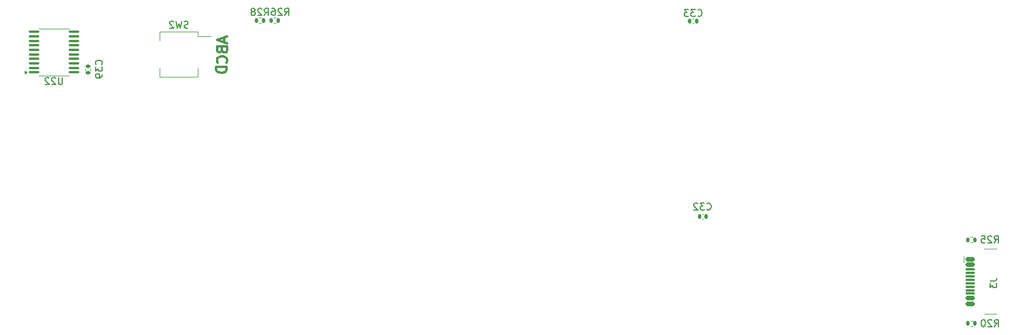
<source format=gbo>
G04 #@! TF.GenerationSoftware,KiCad,Pcbnew,8.0.4*
G04 #@! TF.CreationDate,2024-07-27T19:18:16-07:00*
G04 #@! TF.ProjectId,ns32k,6e733332-6b2e-46b6-9963-61645f706362,2*
G04 #@! TF.SameCoordinates,Original*
G04 #@! TF.FileFunction,Legend,Bot*
G04 #@! TF.FilePolarity,Positive*
%FSLAX46Y46*%
G04 Gerber Fmt 4.6, Leading zero omitted, Abs format (unit mm)*
G04 Created by KiCad (PCBNEW 8.0.4) date 2024-07-27 19:18:16*
%MOMM*%
%LPD*%
G01*
G04 APERTURE LIST*
G04 Aperture macros list*
%AMRoundRect*
0 Rectangle with rounded corners*
0 $1 Rounding radius*
0 $2 $3 $4 $5 $6 $7 $8 $9 X,Y pos of 4 corners*
0 Add a 4 corners polygon primitive as box body*
4,1,4,$2,$3,$4,$5,$6,$7,$8,$9,$2,$3,0*
0 Add four circle primitives for the rounded corners*
1,1,$1+$1,$2,$3*
1,1,$1+$1,$4,$5*
1,1,$1+$1,$6,$7*
1,1,$1+$1,$8,$9*
0 Add four rect primitives between the rounded corners*
20,1,$1+$1,$2,$3,$4,$5,0*
20,1,$1+$1,$4,$5,$6,$7,0*
20,1,$1+$1,$6,$7,$8,$9,0*
20,1,$1+$1,$8,$9,$2,$3,0*%
G04 Aperture macros list end*
%ADD10C,0.300000*%
%ADD11C,0.150000*%
%ADD12C,0.120000*%
%ADD13C,3.250000*%
%ADD14C,1.890000*%
%ADD15R,1.900000X1.900000*%
%ADD16C,1.900000*%
%ADD17C,2.600000*%
%ADD18R,1.600000X1.600000*%
%ADD19O,1.600000X1.600000*%
%ADD20R,1.422400X1.422400*%
%ADD21C,1.422400*%
%ADD22R,1.700000X1.700000*%
%ADD23O,1.700000X1.700000*%
%ADD24RoundRect,0.100000X-0.637500X-0.100000X0.637500X-0.100000X0.637500X0.100000X-0.637500X0.100000X0*%
%ADD25RoundRect,0.135000X-0.135000X-0.185000X0.135000X-0.185000X0.135000X0.185000X-0.135000X0.185000X0*%
%ADD26RoundRect,0.135000X0.135000X0.185000X-0.135000X0.185000X-0.135000X-0.185000X0.135000X-0.185000X0*%
%ADD27C,0.650000*%
%ADD28RoundRect,0.150000X-0.500000X0.150000X-0.500000X-0.150000X0.500000X-0.150000X0.500000X0.150000X0*%
%ADD29RoundRect,0.075000X-0.575000X0.075000X-0.575000X-0.075000X0.575000X-0.075000X0.575000X0.075000X0*%
%ADD30O,1.600000X1.000000*%
%ADD31O,2.100000X1.000000*%
%ADD32R,1.600000X0.760000*%
%ADD33RoundRect,0.140000X0.170000X-0.140000X0.170000X0.140000X-0.170000X0.140000X-0.170000X-0.140000X0*%
%ADD34RoundRect,0.140000X-0.140000X-0.170000X0.140000X-0.170000X0.140000X0.170000X-0.140000X0.170000X0*%
%ADD35RoundRect,0.140000X0.140000X0.170000X-0.140000X0.170000X-0.140000X-0.170000X0.140000X-0.170000X0*%
G04 APERTURE END LIST*
D10*
X89515314Y-60524740D02*
X89586742Y-60739026D01*
X89586742Y-60739026D02*
X89658171Y-60810455D01*
X89658171Y-60810455D02*
X89801028Y-60881883D01*
X89801028Y-60881883D02*
X90015314Y-60881883D01*
X90015314Y-60881883D02*
X90158171Y-60810455D01*
X90158171Y-60810455D02*
X90229600Y-60739026D01*
X90229600Y-60739026D02*
X90301028Y-60596169D01*
X90301028Y-60596169D02*
X90301028Y-60024740D01*
X90301028Y-60024740D02*
X88801028Y-60024740D01*
X88801028Y-60024740D02*
X88801028Y-60524740D01*
X88801028Y-60524740D02*
X88872457Y-60667598D01*
X88872457Y-60667598D02*
X88943885Y-60739026D01*
X88943885Y-60739026D02*
X89086742Y-60810455D01*
X89086742Y-60810455D02*
X89229600Y-60810455D01*
X89229600Y-60810455D02*
X89372457Y-60739026D01*
X89372457Y-60739026D02*
X89443885Y-60667598D01*
X89443885Y-60667598D02*
X89515314Y-60524740D01*
X89515314Y-60524740D02*
X89515314Y-60024740D01*
X90158171Y-62358968D02*
X90229600Y-62287540D01*
X90229600Y-62287540D02*
X90301028Y-62073254D01*
X90301028Y-62073254D02*
X90301028Y-61930397D01*
X90301028Y-61930397D02*
X90229600Y-61716111D01*
X90229600Y-61716111D02*
X90086742Y-61573254D01*
X90086742Y-61573254D02*
X89943885Y-61501825D01*
X89943885Y-61501825D02*
X89658171Y-61430397D01*
X89658171Y-61430397D02*
X89443885Y-61430397D01*
X89443885Y-61430397D02*
X89158171Y-61501825D01*
X89158171Y-61501825D02*
X89015314Y-61573254D01*
X89015314Y-61573254D02*
X88872457Y-61716111D01*
X88872457Y-61716111D02*
X88801028Y-61930397D01*
X88801028Y-61930397D02*
X88801028Y-62073254D01*
X88801028Y-62073254D02*
X88872457Y-62287540D01*
X88872457Y-62287540D02*
X88943885Y-62358968D01*
X89872457Y-59401319D02*
X89872457Y-58687034D01*
X90301028Y-59544176D02*
X88801028Y-59044176D01*
X88801028Y-59044176D02*
X90301028Y-58544176D01*
X88707371Y-62978910D02*
X90207371Y-62978910D01*
X90207371Y-62978910D02*
X90207371Y-63336053D01*
X90207371Y-63336053D02*
X90135942Y-63550339D01*
X90135942Y-63550339D02*
X89993085Y-63693196D01*
X89993085Y-63693196D02*
X89850228Y-63764625D01*
X89850228Y-63764625D02*
X89564514Y-63836053D01*
X89564514Y-63836053D02*
X89350228Y-63836053D01*
X89350228Y-63836053D02*
X89064514Y-63764625D01*
X89064514Y-63764625D02*
X88921657Y-63693196D01*
X88921657Y-63693196D02*
X88778800Y-63550339D01*
X88778800Y-63550339D02*
X88707371Y-63336053D01*
X88707371Y-63336053D02*
X88707371Y-62978910D01*
D11*
X66516094Y-64487819D02*
X66516094Y-65297342D01*
X66516094Y-65297342D02*
X66468475Y-65392580D01*
X66468475Y-65392580D02*
X66420856Y-65440200D01*
X66420856Y-65440200D02*
X66325618Y-65487819D01*
X66325618Y-65487819D02*
X66135142Y-65487819D01*
X66135142Y-65487819D02*
X66039904Y-65440200D01*
X66039904Y-65440200D02*
X65992285Y-65392580D01*
X65992285Y-65392580D02*
X65944666Y-65297342D01*
X65944666Y-65297342D02*
X65944666Y-64487819D01*
X65516094Y-64583057D02*
X65468475Y-64535438D01*
X65468475Y-64535438D02*
X65373237Y-64487819D01*
X65373237Y-64487819D02*
X65135142Y-64487819D01*
X65135142Y-64487819D02*
X65039904Y-64535438D01*
X65039904Y-64535438D02*
X64992285Y-64583057D01*
X64992285Y-64583057D02*
X64944666Y-64678295D01*
X64944666Y-64678295D02*
X64944666Y-64773533D01*
X64944666Y-64773533D02*
X64992285Y-64916390D01*
X64992285Y-64916390D02*
X65563713Y-65487819D01*
X65563713Y-65487819D02*
X64944666Y-65487819D01*
X64563713Y-64583057D02*
X64516094Y-64535438D01*
X64516094Y-64535438D02*
X64420856Y-64487819D01*
X64420856Y-64487819D02*
X64182761Y-64487819D01*
X64182761Y-64487819D02*
X64087523Y-64535438D01*
X64087523Y-64535438D02*
X64039904Y-64583057D01*
X64039904Y-64583057D02*
X63992285Y-64678295D01*
X63992285Y-64678295D02*
X63992285Y-64773533D01*
X63992285Y-64773533D02*
X64039904Y-64916390D01*
X64039904Y-64916390D02*
X64611332Y-65487819D01*
X64611332Y-65487819D02*
X63992285Y-65487819D01*
X200949257Y-88362219D02*
X201282590Y-87886028D01*
X201520685Y-88362219D02*
X201520685Y-87362219D01*
X201520685Y-87362219D02*
X201139733Y-87362219D01*
X201139733Y-87362219D02*
X201044495Y-87409838D01*
X201044495Y-87409838D02*
X200996876Y-87457457D01*
X200996876Y-87457457D02*
X200949257Y-87552695D01*
X200949257Y-87552695D02*
X200949257Y-87695552D01*
X200949257Y-87695552D02*
X200996876Y-87790790D01*
X200996876Y-87790790D02*
X201044495Y-87838409D01*
X201044495Y-87838409D02*
X201139733Y-87886028D01*
X201139733Y-87886028D02*
X201520685Y-87886028D01*
X200568304Y-87457457D02*
X200520685Y-87409838D01*
X200520685Y-87409838D02*
X200425447Y-87362219D01*
X200425447Y-87362219D02*
X200187352Y-87362219D01*
X200187352Y-87362219D02*
X200092114Y-87409838D01*
X200092114Y-87409838D02*
X200044495Y-87457457D01*
X200044495Y-87457457D02*
X199996876Y-87552695D01*
X199996876Y-87552695D02*
X199996876Y-87647933D01*
X199996876Y-87647933D02*
X200044495Y-87790790D01*
X200044495Y-87790790D02*
X200615923Y-88362219D01*
X200615923Y-88362219D02*
X199996876Y-88362219D01*
X199092114Y-87362219D02*
X199568304Y-87362219D01*
X199568304Y-87362219D02*
X199615923Y-87838409D01*
X199615923Y-87838409D02*
X199568304Y-87790790D01*
X199568304Y-87790790D02*
X199473066Y-87743171D01*
X199473066Y-87743171D02*
X199234971Y-87743171D01*
X199234971Y-87743171D02*
X199139733Y-87790790D01*
X199139733Y-87790790D02*
X199092114Y-87838409D01*
X199092114Y-87838409D02*
X199044495Y-87933647D01*
X199044495Y-87933647D02*
X199044495Y-88171742D01*
X199044495Y-88171742D02*
X199092114Y-88266980D01*
X199092114Y-88266980D02*
X199139733Y-88314600D01*
X199139733Y-88314600D02*
X199234971Y-88362219D01*
X199234971Y-88362219D02*
X199473066Y-88362219D01*
X199473066Y-88362219D02*
X199568304Y-88314600D01*
X199568304Y-88314600D02*
X199615923Y-88266980D01*
X200974657Y-100427219D02*
X201307990Y-99951028D01*
X201546085Y-100427219D02*
X201546085Y-99427219D01*
X201546085Y-99427219D02*
X201165133Y-99427219D01*
X201165133Y-99427219D02*
X201069895Y-99474838D01*
X201069895Y-99474838D02*
X201022276Y-99522457D01*
X201022276Y-99522457D02*
X200974657Y-99617695D01*
X200974657Y-99617695D02*
X200974657Y-99760552D01*
X200974657Y-99760552D02*
X201022276Y-99855790D01*
X201022276Y-99855790D02*
X201069895Y-99903409D01*
X201069895Y-99903409D02*
X201165133Y-99951028D01*
X201165133Y-99951028D02*
X201546085Y-99951028D01*
X200593704Y-99522457D02*
X200546085Y-99474838D01*
X200546085Y-99474838D02*
X200450847Y-99427219D01*
X200450847Y-99427219D02*
X200212752Y-99427219D01*
X200212752Y-99427219D02*
X200117514Y-99474838D01*
X200117514Y-99474838D02*
X200069895Y-99522457D01*
X200069895Y-99522457D02*
X200022276Y-99617695D01*
X200022276Y-99617695D02*
X200022276Y-99712933D01*
X200022276Y-99712933D02*
X200069895Y-99855790D01*
X200069895Y-99855790D02*
X200641323Y-100427219D01*
X200641323Y-100427219D02*
X200022276Y-100427219D01*
X199403228Y-99427219D02*
X199307990Y-99427219D01*
X199307990Y-99427219D02*
X199212752Y-99474838D01*
X199212752Y-99474838D02*
X199165133Y-99522457D01*
X199165133Y-99522457D02*
X199117514Y-99617695D01*
X199117514Y-99617695D02*
X199069895Y-99808171D01*
X199069895Y-99808171D02*
X199069895Y-100046266D01*
X199069895Y-100046266D02*
X199117514Y-100236742D01*
X199117514Y-100236742D02*
X199165133Y-100331980D01*
X199165133Y-100331980D02*
X199212752Y-100379600D01*
X199212752Y-100379600D02*
X199307990Y-100427219D01*
X199307990Y-100427219D02*
X199403228Y-100427219D01*
X199403228Y-100427219D02*
X199498466Y-100379600D01*
X199498466Y-100379600D02*
X199546085Y-100331980D01*
X199546085Y-100331980D02*
X199593704Y-100236742D01*
X199593704Y-100236742D02*
X199641323Y-100046266D01*
X199641323Y-100046266D02*
X199641323Y-99808171D01*
X199641323Y-99808171D02*
X199593704Y-99617695D01*
X199593704Y-99617695D02*
X199546085Y-99522457D01*
X199546085Y-99522457D02*
X199498466Y-99474838D01*
X199498466Y-99474838D02*
X199403228Y-99427219D01*
X98559857Y-55496619D02*
X98893190Y-55020428D01*
X99131285Y-55496619D02*
X99131285Y-54496619D01*
X99131285Y-54496619D02*
X98750333Y-54496619D01*
X98750333Y-54496619D02*
X98655095Y-54544238D01*
X98655095Y-54544238D02*
X98607476Y-54591857D01*
X98607476Y-54591857D02*
X98559857Y-54687095D01*
X98559857Y-54687095D02*
X98559857Y-54829952D01*
X98559857Y-54829952D02*
X98607476Y-54925190D01*
X98607476Y-54925190D02*
X98655095Y-54972809D01*
X98655095Y-54972809D02*
X98750333Y-55020428D01*
X98750333Y-55020428D02*
X99131285Y-55020428D01*
X98178904Y-54591857D02*
X98131285Y-54544238D01*
X98131285Y-54544238D02*
X98036047Y-54496619D01*
X98036047Y-54496619D02*
X97797952Y-54496619D01*
X97797952Y-54496619D02*
X97702714Y-54544238D01*
X97702714Y-54544238D02*
X97655095Y-54591857D01*
X97655095Y-54591857D02*
X97607476Y-54687095D01*
X97607476Y-54687095D02*
X97607476Y-54782333D01*
X97607476Y-54782333D02*
X97655095Y-54925190D01*
X97655095Y-54925190D02*
X98226523Y-55496619D01*
X98226523Y-55496619D02*
X97607476Y-55496619D01*
X96750333Y-54496619D02*
X96940809Y-54496619D01*
X96940809Y-54496619D02*
X97036047Y-54544238D01*
X97036047Y-54544238D02*
X97083666Y-54591857D01*
X97083666Y-54591857D02*
X97178904Y-54734714D01*
X97178904Y-54734714D02*
X97226523Y-54925190D01*
X97226523Y-54925190D02*
X97226523Y-55306142D01*
X97226523Y-55306142D02*
X97178904Y-55401380D01*
X97178904Y-55401380D02*
X97131285Y-55449000D01*
X97131285Y-55449000D02*
X97036047Y-55496619D01*
X97036047Y-55496619D02*
X96845571Y-55496619D01*
X96845571Y-55496619D02*
X96750333Y-55449000D01*
X96750333Y-55449000D02*
X96702714Y-55401380D01*
X96702714Y-55401380D02*
X96655095Y-55306142D01*
X96655095Y-55306142D02*
X96655095Y-55068047D01*
X96655095Y-55068047D02*
X96702714Y-54972809D01*
X96702714Y-54972809D02*
X96750333Y-54925190D01*
X96750333Y-54925190D02*
X96845571Y-54877571D01*
X96845571Y-54877571D02*
X97036047Y-54877571D01*
X97036047Y-54877571D02*
X97131285Y-54925190D01*
X97131285Y-54925190D02*
X97178904Y-54972809D01*
X97178904Y-54972809D02*
X97226523Y-55068047D01*
X200305819Y-93830066D02*
X201020104Y-93830066D01*
X201020104Y-93830066D02*
X201162961Y-93782447D01*
X201162961Y-93782447D02*
X201258200Y-93687209D01*
X201258200Y-93687209D02*
X201305819Y-93544352D01*
X201305819Y-93544352D02*
X201305819Y-93449114D01*
X200305819Y-94211019D02*
X200305819Y-94830066D01*
X200305819Y-94830066D02*
X200686771Y-94496733D01*
X200686771Y-94496733D02*
X200686771Y-94639590D01*
X200686771Y-94639590D02*
X200734390Y-94734828D01*
X200734390Y-94734828D02*
X200782009Y-94782447D01*
X200782009Y-94782447D02*
X200877247Y-94830066D01*
X200877247Y-94830066D02*
X201115342Y-94830066D01*
X201115342Y-94830066D02*
X201210580Y-94782447D01*
X201210580Y-94782447D02*
X201258200Y-94734828D01*
X201258200Y-94734828D02*
X201305819Y-94639590D01*
X201305819Y-94639590D02*
X201305819Y-94353876D01*
X201305819Y-94353876D02*
X201258200Y-94258638D01*
X201258200Y-94258638D02*
X201210580Y-94211019D01*
X84645332Y-57326600D02*
X84502475Y-57374219D01*
X84502475Y-57374219D02*
X84264380Y-57374219D01*
X84264380Y-57374219D02*
X84169142Y-57326600D01*
X84169142Y-57326600D02*
X84121523Y-57278980D01*
X84121523Y-57278980D02*
X84073904Y-57183742D01*
X84073904Y-57183742D02*
X84073904Y-57088504D01*
X84073904Y-57088504D02*
X84121523Y-56993266D01*
X84121523Y-56993266D02*
X84169142Y-56945647D01*
X84169142Y-56945647D02*
X84264380Y-56898028D01*
X84264380Y-56898028D02*
X84454856Y-56850409D01*
X84454856Y-56850409D02*
X84550094Y-56802790D01*
X84550094Y-56802790D02*
X84597713Y-56755171D01*
X84597713Y-56755171D02*
X84645332Y-56659933D01*
X84645332Y-56659933D02*
X84645332Y-56564695D01*
X84645332Y-56564695D02*
X84597713Y-56469457D01*
X84597713Y-56469457D02*
X84550094Y-56421838D01*
X84550094Y-56421838D02*
X84454856Y-56374219D01*
X84454856Y-56374219D02*
X84216761Y-56374219D01*
X84216761Y-56374219D02*
X84073904Y-56421838D01*
X83740570Y-56374219D02*
X83502475Y-57374219D01*
X83502475Y-57374219D02*
X83311999Y-56659933D01*
X83311999Y-56659933D02*
X83121523Y-57374219D01*
X83121523Y-57374219D02*
X82883428Y-56374219D01*
X82550094Y-56469457D02*
X82502475Y-56421838D01*
X82502475Y-56421838D02*
X82407237Y-56374219D01*
X82407237Y-56374219D02*
X82169142Y-56374219D01*
X82169142Y-56374219D02*
X82073904Y-56421838D01*
X82073904Y-56421838D02*
X82026285Y-56469457D01*
X82026285Y-56469457D02*
X81978666Y-56564695D01*
X81978666Y-56564695D02*
X81978666Y-56659933D01*
X81978666Y-56659933D02*
X82026285Y-56802790D01*
X82026285Y-56802790D02*
X82597713Y-57374219D01*
X82597713Y-57374219D02*
X81978666Y-57374219D01*
X95638857Y-55537019D02*
X95972190Y-55060828D01*
X96210285Y-55537019D02*
X96210285Y-54537019D01*
X96210285Y-54537019D02*
X95829333Y-54537019D01*
X95829333Y-54537019D02*
X95734095Y-54584638D01*
X95734095Y-54584638D02*
X95686476Y-54632257D01*
X95686476Y-54632257D02*
X95638857Y-54727495D01*
X95638857Y-54727495D02*
X95638857Y-54870352D01*
X95638857Y-54870352D02*
X95686476Y-54965590D01*
X95686476Y-54965590D02*
X95734095Y-55013209D01*
X95734095Y-55013209D02*
X95829333Y-55060828D01*
X95829333Y-55060828D02*
X96210285Y-55060828D01*
X95257904Y-54632257D02*
X95210285Y-54584638D01*
X95210285Y-54584638D02*
X95115047Y-54537019D01*
X95115047Y-54537019D02*
X94876952Y-54537019D01*
X94876952Y-54537019D02*
X94781714Y-54584638D01*
X94781714Y-54584638D02*
X94734095Y-54632257D01*
X94734095Y-54632257D02*
X94686476Y-54727495D01*
X94686476Y-54727495D02*
X94686476Y-54822733D01*
X94686476Y-54822733D02*
X94734095Y-54965590D01*
X94734095Y-54965590D02*
X95305523Y-55537019D01*
X95305523Y-55537019D02*
X94686476Y-55537019D01*
X94115047Y-54965590D02*
X94210285Y-54917971D01*
X94210285Y-54917971D02*
X94257904Y-54870352D01*
X94257904Y-54870352D02*
X94305523Y-54775114D01*
X94305523Y-54775114D02*
X94305523Y-54727495D01*
X94305523Y-54727495D02*
X94257904Y-54632257D01*
X94257904Y-54632257D02*
X94210285Y-54584638D01*
X94210285Y-54584638D02*
X94115047Y-54537019D01*
X94115047Y-54537019D02*
X93924571Y-54537019D01*
X93924571Y-54537019D02*
X93829333Y-54584638D01*
X93829333Y-54584638D02*
X93781714Y-54632257D01*
X93781714Y-54632257D02*
X93734095Y-54727495D01*
X93734095Y-54727495D02*
X93734095Y-54775114D01*
X93734095Y-54775114D02*
X93781714Y-54870352D01*
X93781714Y-54870352D02*
X93829333Y-54917971D01*
X93829333Y-54917971D02*
X93924571Y-54965590D01*
X93924571Y-54965590D02*
X94115047Y-54965590D01*
X94115047Y-54965590D02*
X94210285Y-55013209D01*
X94210285Y-55013209D02*
X94257904Y-55060828D01*
X94257904Y-55060828D02*
X94305523Y-55156066D01*
X94305523Y-55156066D02*
X94305523Y-55346542D01*
X94305523Y-55346542D02*
X94257904Y-55441780D01*
X94257904Y-55441780D02*
X94210285Y-55489400D01*
X94210285Y-55489400D02*
X94115047Y-55537019D01*
X94115047Y-55537019D02*
X93924571Y-55537019D01*
X93924571Y-55537019D02*
X93829333Y-55489400D01*
X93829333Y-55489400D02*
X93781714Y-55441780D01*
X93781714Y-55441780D02*
X93734095Y-55346542D01*
X93734095Y-55346542D02*
X93734095Y-55156066D01*
X93734095Y-55156066D02*
X93781714Y-55060828D01*
X93781714Y-55060828D02*
X93829333Y-55013209D01*
X93829333Y-55013209D02*
X93924571Y-54965590D01*
X72190780Y-62628542D02*
X72238400Y-62580923D01*
X72238400Y-62580923D02*
X72286019Y-62438066D01*
X72286019Y-62438066D02*
X72286019Y-62342828D01*
X72286019Y-62342828D02*
X72238400Y-62199971D01*
X72238400Y-62199971D02*
X72143161Y-62104733D01*
X72143161Y-62104733D02*
X72047923Y-62057114D01*
X72047923Y-62057114D02*
X71857447Y-62009495D01*
X71857447Y-62009495D02*
X71714590Y-62009495D01*
X71714590Y-62009495D02*
X71524114Y-62057114D01*
X71524114Y-62057114D02*
X71428876Y-62104733D01*
X71428876Y-62104733D02*
X71333638Y-62199971D01*
X71333638Y-62199971D02*
X71286019Y-62342828D01*
X71286019Y-62342828D02*
X71286019Y-62438066D01*
X71286019Y-62438066D02*
X71333638Y-62580923D01*
X71333638Y-62580923D02*
X71381257Y-62628542D01*
X71286019Y-62961876D02*
X71286019Y-63580923D01*
X71286019Y-63580923D02*
X71666971Y-63247590D01*
X71666971Y-63247590D02*
X71666971Y-63390447D01*
X71666971Y-63390447D02*
X71714590Y-63485685D01*
X71714590Y-63485685D02*
X71762209Y-63533304D01*
X71762209Y-63533304D02*
X71857447Y-63580923D01*
X71857447Y-63580923D02*
X72095542Y-63580923D01*
X72095542Y-63580923D02*
X72190780Y-63533304D01*
X72190780Y-63533304D02*
X72238400Y-63485685D01*
X72238400Y-63485685D02*
X72286019Y-63390447D01*
X72286019Y-63390447D02*
X72286019Y-63104733D01*
X72286019Y-63104733D02*
X72238400Y-63009495D01*
X72238400Y-63009495D02*
X72190780Y-62961876D01*
X72286019Y-64057114D02*
X72286019Y-64247590D01*
X72286019Y-64247590D02*
X72238400Y-64342828D01*
X72238400Y-64342828D02*
X72190780Y-64390447D01*
X72190780Y-64390447D02*
X72047923Y-64485685D01*
X72047923Y-64485685D02*
X71857447Y-64533304D01*
X71857447Y-64533304D02*
X71476495Y-64533304D01*
X71476495Y-64533304D02*
X71381257Y-64485685D01*
X71381257Y-64485685D02*
X71333638Y-64438066D01*
X71333638Y-64438066D02*
X71286019Y-64342828D01*
X71286019Y-64342828D02*
X71286019Y-64152352D01*
X71286019Y-64152352D02*
X71333638Y-64057114D01*
X71333638Y-64057114D02*
X71381257Y-64009495D01*
X71381257Y-64009495D02*
X71476495Y-63961876D01*
X71476495Y-63961876D02*
X71714590Y-63961876D01*
X71714590Y-63961876D02*
X71809828Y-64009495D01*
X71809828Y-64009495D02*
X71857447Y-64057114D01*
X71857447Y-64057114D02*
X71905066Y-64152352D01*
X71905066Y-64152352D02*
X71905066Y-64342828D01*
X71905066Y-64342828D02*
X71857447Y-64438066D01*
X71857447Y-64438066D02*
X71809828Y-64485685D01*
X71809828Y-64485685D02*
X71714590Y-64533304D01*
X159469057Y-83519180D02*
X159516676Y-83566800D01*
X159516676Y-83566800D02*
X159659533Y-83614419D01*
X159659533Y-83614419D02*
X159754771Y-83614419D01*
X159754771Y-83614419D02*
X159897628Y-83566800D01*
X159897628Y-83566800D02*
X159992866Y-83471561D01*
X159992866Y-83471561D02*
X160040485Y-83376323D01*
X160040485Y-83376323D02*
X160088104Y-83185847D01*
X160088104Y-83185847D02*
X160088104Y-83042990D01*
X160088104Y-83042990D02*
X160040485Y-82852514D01*
X160040485Y-82852514D02*
X159992866Y-82757276D01*
X159992866Y-82757276D02*
X159897628Y-82662038D01*
X159897628Y-82662038D02*
X159754771Y-82614419D01*
X159754771Y-82614419D02*
X159659533Y-82614419D01*
X159659533Y-82614419D02*
X159516676Y-82662038D01*
X159516676Y-82662038D02*
X159469057Y-82709657D01*
X159135723Y-82614419D02*
X158516676Y-82614419D01*
X158516676Y-82614419D02*
X158850009Y-82995371D01*
X158850009Y-82995371D02*
X158707152Y-82995371D01*
X158707152Y-82995371D02*
X158611914Y-83042990D01*
X158611914Y-83042990D02*
X158564295Y-83090609D01*
X158564295Y-83090609D02*
X158516676Y-83185847D01*
X158516676Y-83185847D02*
X158516676Y-83423942D01*
X158516676Y-83423942D02*
X158564295Y-83519180D01*
X158564295Y-83519180D02*
X158611914Y-83566800D01*
X158611914Y-83566800D02*
X158707152Y-83614419D01*
X158707152Y-83614419D02*
X158992866Y-83614419D01*
X158992866Y-83614419D02*
X159088104Y-83566800D01*
X159088104Y-83566800D02*
X159135723Y-83519180D01*
X158135723Y-82709657D02*
X158088104Y-82662038D01*
X158088104Y-82662038D02*
X157992866Y-82614419D01*
X157992866Y-82614419D02*
X157754771Y-82614419D01*
X157754771Y-82614419D02*
X157659533Y-82662038D01*
X157659533Y-82662038D02*
X157611914Y-82709657D01*
X157611914Y-82709657D02*
X157564295Y-82804895D01*
X157564295Y-82804895D02*
X157564295Y-82900133D01*
X157564295Y-82900133D02*
X157611914Y-83042990D01*
X157611914Y-83042990D02*
X158183342Y-83614419D01*
X158183342Y-83614419D02*
X157564295Y-83614419D01*
X158148257Y-55569980D02*
X158195876Y-55617600D01*
X158195876Y-55617600D02*
X158338733Y-55665219D01*
X158338733Y-55665219D02*
X158433971Y-55665219D01*
X158433971Y-55665219D02*
X158576828Y-55617600D01*
X158576828Y-55617600D02*
X158672066Y-55522361D01*
X158672066Y-55522361D02*
X158719685Y-55427123D01*
X158719685Y-55427123D02*
X158767304Y-55236647D01*
X158767304Y-55236647D02*
X158767304Y-55093790D01*
X158767304Y-55093790D02*
X158719685Y-54903314D01*
X158719685Y-54903314D02*
X158672066Y-54808076D01*
X158672066Y-54808076D02*
X158576828Y-54712838D01*
X158576828Y-54712838D02*
X158433971Y-54665219D01*
X158433971Y-54665219D02*
X158338733Y-54665219D01*
X158338733Y-54665219D02*
X158195876Y-54712838D01*
X158195876Y-54712838D02*
X158148257Y-54760457D01*
X157814923Y-54665219D02*
X157195876Y-54665219D01*
X157195876Y-54665219D02*
X157529209Y-55046171D01*
X157529209Y-55046171D02*
X157386352Y-55046171D01*
X157386352Y-55046171D02*
X157291114Y-55093790D01*
X157291114Y-55093790D02*
X157243495Y-55141409D01*
X157243495Y-55141409D02*
X157195876Y-55236647D01*
X157195876Y-55236647D02*
X157195876Y-55474742D01*
X157195876Y-55474742D02*
X157243495Y-55569980D01*
X157243495Y-55569980D02*
X157291114Y-55617600D01*
X157291114Y-55617600D02*
X157386352Y-55665219D01*
X157386352Y-55665219D02*
X157672066Y-55665219D01*
X157672066Y-55665219D02*
X157767304Y-55617600D01*
X157767304Y-55617600D02*
X157814923Y-55569980D01*
X156862542Y-54665219D02*
X156243495Y-54665219D01*
X156243495Y-54665219D02*
X156576828Y-55046171D01*
X156576828Y-55046171D02*
X156433971Y-55046171D01*
X156433971Y-55046171D02*
X156338733Y-55093790D01*
X156338733Y-55093790D02*
X156291114Y-55141409D01*
X156291114Y-55141409D02*
X156243495Y-55236647D01*
X156243495Y-55236647D02*
X156243495Y-55474742D01*
X156243495Y-55474742D02*
X156291114Y-55569980D01*
X156291114Y-55569980D02*
X156338733Y-55617600D01*
X156338733Y-55617600D02*
X156433971Y-55665219D01*
X156433971Y-55665219D02*
X156719685Y-55665219D01*
X156719685Y-55665219D02*
X156814923Y-55617600D01*
X156814923Y-55617600D02*
X156862542Y-55569980D01*
D12*
X63078000Y-57448000D02*
X65278000Y-57448000D01*
X63078000Y-64218000D02*
X65278000Y-64218000D01*
X67478000Y-57448000D02*
X65278000Y-57448000D01*
X67478000Y-64218000D02*
X65278000Y-64218000D01*
X61418000Y-63758000D02*
X61088000Y-63998000D01*
X61088000Y-63518000D01*
X61418000Y-63758000D01*
G36*
X61418000Y-63758000D02*
G01*
X61088000Y-63998000D01*
X61088000Y-63518000D01*
X61418000Y-63758000D01*
G37*
X197793041Y-87527400D02*
X197485759Y-87527400D01*
X197793041Y-88287400D02*
X197485759Y-88287400D01*
X197818441Y-99592400D02*
X197511159Y-99592400D01*
X197818441Y-100352400D02*
X197511159Y-100352400D01*
X97001359Y-55855600D02*
X97308641Y-55855600D01*
X97001359Y-56615600D02*
X97308641Y-56615600D01*
X196544200Y-90329200D02*
X196544200Y-91129200D01*
X201244200Y-89229200D02*
X199464200Y-89229200D01*
X201244200Y-98629200D02*
X199464200Y-98629200D01*
X80552000Y-57919400D02*
X86072000Y-57919400D01*
X80552000Y-59188400D02*
X80552000Y-57919400D01*
X80552000Y-64389400D02*
X80552000Y-63119400D01*
X80552000Y-64389400D02*
X86072000Y-64389400D01*
X86072000Y-58569400D02*
X86072000Y-57919400D01*
X86072000Y-58569400D02*
X87922000Y-58569400D01*
X86072000Y-64389400D02*
X86072000Y-63119400D01*
X94842359Y-55872200D02*
X95149641Y-55872200D01*
X94842359Y-56632200D02*
X95149641Y-56632200D01*
X69820200Y-63214364D02*
X69820200Y-63430036D01*
X70540200Y-63214364D02*
X70540200Y-63430036D01*
X158984836Y-84171200D02*
X158769164Y-84171200D01*
X158984836Y-84891200D02*
X158769164Y-84891200D01*
X157397564Y-56010400D02*
X157613236Y-56010400D01*
X157397564Y-56730400D02*
X157613236Y-56730400D01*
%LPC*%
D13*
X194508600Y-66776600D03*
X194508600Y-55346600D03*
D14*
X197888600Y-54736600D03*
X199408600Y-57276600D03*
X197888600Y-64846600D03*
X199408600Y-67386600D03*
D15*
X188168600Y-65506600D03*
D16*
X185628600Y-64236600D03*
X188168600Y-62966600D03*
X185628600Y-61696600D03*
X188168600Y-60426600D03*
X185628600Y-59156600D03*
X188168600Y-57886600D03*
X185628600Y-56616600D03*
D17*
X191458600Y-68836600D03*
X191458600Y-53286600D03*
D18*
X110109000Y-53102600D03*
D19*
X107569000Y-53102600D03*
X105029000Y-53102600D03*
X102489000Y-53102600D03*
X99949000Y-53102600D03*
X97409000Y-53102600D03*
X94869000Y-53102600D03*
X92329000Y-53102600D03*
X89789000Y-53102600D03*
X87249000Y-53102600D03*
X84709000Y-53102600D03*
X82169000Y-53102600D03*
X79629000Y-53102600D03*
X77089000Y-53102600D03*
X74549000Y-53102600D03*
X72009000Y-53102600D03*
X69469000Y-53102600D03*
X66929000Y-53102600D03*
X64389000Y-53102600D03*
X61849000Y-53102600D03*
X61849000Y-68342600D03*
X64389000Y-68342600D03*
X66929000Y-68342600D03*
X69469000Y-68342600D03*
X72009000Y-68342600D03*
X74549000Y-68342600D03*
X77089000Y-68342600D03*
X79629000Y-68342600D03*
X82169000Y-68342600D03*
X84709000Y-68342600D03*
X87249000Y-68342600D03*
X89789000Y-68342600D03*
X92329000Y-68342600D03*
X94869000Y-68342600D03*
X97409000Y-68342600D03*
X99949000Y-68342600D03*
X102489000Y-68342600D03*
X105029000Y-68342600D03*
X107569000Y-68342600D03*
X110109000Y-68342600D03*
D18*
X120309000Y-75327600D03*
D19*
X117769000Y-75327600D03*
X115229000Y-75327600D03*
X112689000Y-75327600D03*
X110149000Y-75327600D03*
X107609000Y-75327600D03*
X105069000Y-75327600D03*
X102529000Y-75327600D03*
X99989000Y-75327600D03*
X97449000Y-75327600D03*
X94909000Y-75327600D03*
X92369000Y-75327600D03*
X89829000Y-75327600D03*
X87289000Y-75327600D03*
X84749000Y-75327600D03*
X82209000Y-75327600D03*
X79669000Y-75327600D03*
X77129000Y-75327600D03*
X74589000Y-75327600D03*
X72049000Y-75327600D03*
X69509000Y-75327600D03*
X66969000Y-75327600D03*
X64429000Y-75327600D03*
X61889000Y-75327600D03*
X61889000Y-90567600D03*
X64429000Y-90567600D03*
X66969000Y-90567600D03*
X69509000Y-90567600D03*
X72049000Y-90567600D03*
X74589000Y-90567600D03*
X77129000Y-90567600D03*
X79669000Y-90567600D03*
X82209000Y-90567600D03*
X84749000Y-90567600D03*
X87289000Y-90567600D03*
X89829000Y-90567600D03*
X92369000Y-90567600D03*
X94909000Y-90567600D03*
X97449000Y-90567600D03*
X99989000Y-90567600D03*
X102529000Y-90567600D03*
X105069000Y-90567600D03*
X107609000Y-90567600D03*
X110149000Y-90567600D03*
X112689000Y-90567600D03*
X115229000Y-90567600D03*
X117769000Y-90567600D03*
X120309000Y-90567600D03*
D18*
X120309000Y-97679600D03*
D19*
X117769000Y-97679600D03*
X115229000Y-97679600D03*
X112689000Y-97679600D03*
X110149000Y-97679600D03*
X107609000Y-97679600D03*
X105069000Y-97679600D03*
X102529000Y-97679600D03*
X99989000Y-97679600D03*
X97449000Y-97679600D03*
X94909000Y-97679600D03*
X92369000Y-97679600D03*
X89829000Y-97679600D03*
X87289000Y-97679600D03*
X84749000Y-97679600D03*
X82209000Y-97679600D03*
X79669000Y-97679600D03*
X77129000Y-97679600D03*
X74589000Y-97679600D03*
X72049000Y-97679600D03*
X69509000Y-97679600D03*
X66969000Y-97679600D03*
X64429000Y-97679600D03*
X61889000Y-97679600D03*
X61889000Y-112919600D03*
X64429000Y-112919600D03*
X66969000Y-112919600D03*
X69509000Y-112919600D03*
X72049000Y-112919600D03*
X74589000Y-112919600D03*
X77129000Y-112919600D03*
X79669000Y-112919600D03*
X82209000Y-112919600D03*
X84749000Y-112919600D03*
X87289000Y-112919600D03*
X89829000Y-112919600D03*
X92369000Y-112919600D03*
X94909000Y-112919600D03*
X97449000Y-112919600D03*
X99989000Y-112919600D03*
X102529000Y-112919600D03*
X105069000Y-112919600D03*
X107609000Y-112919600D03*
X110149000Y-112919600D03*
X112689000Y-112919600D03*
X115229000Y-112919600D03*
X117769000Y-112919600D03*
X120309000Y-112919600D03*
D20*
X158115000Y-89170600D03*
D21*
X155575000Y-86630600D03*
X155575000Y-89170600D03*
X153035000Y-86630600D03*
X150495000Y-89170600D03*
X153035000Y-89170600D03*
X150495000Y-91710600D03*
X153035000Y-91710600D03*
X150495000Y-94250600D03*
X153035000Y-94250600D03*
X150495000Y-96790600D03*
X153035000Y-96790600D03*
X150495000Y-99330600D03*
X153035000Y-101870600D03*
X153035000Y-99330600D03*
X155575000Y-101870600D03*
X155575000Y-99330600D03*
X158115000Y-101870600D03*
X158115000Y-99330600D03*
X160655000Y-101870600D03*
X163195000Y-99330600D03*
X160655000Y-99330600D03*
X163195000Y-96790600D03*
X160655000Y-96790600D03*
X163195000Y-94250600D03*
X160655000Y-94250600D03*
X163195000Y-91710600D03*
X160655000Y-91710600D03*
X163195000Y-89170600D03*
X160655000Y-86630600D03*
X160655000Y-89170600D03*
X158115000Y-86630600D03*
D18*
X93751400Y-118736200D03*
D19*
X91211400Y-118736200D03*
X88671400Y-118736200D03*
X86131400Y-118736200D03*
X83591400Y-118736200D03*
X81051400Y-118736200D03*
X78511400Y-118736200D03*
X75971400Y-118736200D03*
X73431400Y-118736200D03*
X70891400Y-118736200D03*
X68351400Y-118736200D03*
X65811400Y-118736200D03*
X65811400Y-133976200D03*
X68351400Y-133976200D03*
X70891400Y-133976200D03*
X73431400Y-133976200D03*
X75971400Y-133976200D03*
X78511400Y-133976200D03*
X81051400Y-133976200D03*
X83591400Y-133976200D03*
X86131400Y-133976200D03*
X88671400Y-133976200D03*
X91211400Y-133976200D03*
X93751400Y-133976200D03*
D20*
X158115000Y-60976600D03*
D21*
X155575000Y-58436600D03*
X155575000Y-60976600D03*
X153035000Y-58436600D03*
X150495000Y-60976600D03*
X153035000Y-60976600D03*
X150495000Y-63516600D03*
X153035000Y-63516600D03*
X150495000Y-66056600D03*
X153035000Y-66056600D03*
X150495000Y-68596600D03*
X153035000Y-68596600D03*
X150495000Y-71136600D03*
X153035000Y-73676600D03*
X153035000Y-71136600D03*
X155575000Y-73676600D03*
X155575000Y-71136600D03*
X158115000Y-73676600D03*
X158115000Y-71136600D03*
X160655000Y-73676600D03*
X163195000Y-71136600D03*
X160655000Y-71136600D03*
X163195000Y-68596600D03*
X160655000Y-68596600D03*
X163195000Y-66056600D03*
X160655000Y-66056600D03*
X163195000Y-63516600D03*
X160655000Y-63516600D03*
X163195000Y-60976600D03*
X160655000Y-58436600D03*
X160655000Y-60976600D03*
X158115000Y-58436600D03*
D22*
X199466200Y-110185200D03*
D23*
X199466200Y-107645200D03*
X199466200Y-105105200D03*
D22*
X114599800Y-54677400D03*
D23*
X117139800Y-54677400D03*
D24*
X62415500Y-63758000D03*
X62415500Y-63108000D03*
X62415500Y-62458000D03*
X62415500Y-61808000D03*
X62415500Y-61158000D03*
X62415500Y-60508000D03*
X62415500Y-59858000D03*
X62415500Y-59208000D03*
X62415500Y-58558000D03*
X62415500Y-57908000D03*
X68140500Y-57908000D03*
X68140500Y-58558000D03*
X68140500Y-59208000D03*
X68140500Y-59858000D03*
X68140500Y-60508000D03*
X68140500Y-61158000D03*
X68140500Y-61808000D03*
X68140500Y-62458000D03*
X68140500Y-63108000D03*
X68140500Y-63758000D03*
D25*
X197129400Y-87907400D03*
X198149400Y-87907400D03*
X197154800Y-99972400D03*
X198174800Y-99972400D03*
D26*
X97665000Y-56235600D03*
X96645000Y-56235600D03*
D27*
X198639200Y-91039200D03*
X198639200Y-96819200D03*
D28*
X197499200Y-90729200D03*
X197499200Y-91529200D03*
D29*
X197499200Y-92679200D03*
X197499200Y-93679200D03*
X197499200Y-94179200D03*
X197499200Y-95179200D03*
D28*
X197499200Y-96329200D03*
X197499200Y-97129200D03*
X197499200Y-97129200D03*
X197499200Y-96329200D03*
D29*
X197499200Y-95679200D03*
X197499200Y-94679200D03*
X197499200Y-93179200D03*
X197499200Y-92179200D03*
D28*
X197499200Y-91529200D03*
X197499200Y-90729200D03*
D30*
X202319200Y-89609200D03*
D31*
X198139200Y-89609200D03*
D30*
X202319200Y-98249200D03*
D31*
X198139200Y-98249200D03*
D32*
X87122000Y-59249400D03*
X87122000Y-60519400D03*
X87122000Y-61789400D03*
X87122000Y-63059400D03*
X79502000Y-63059400D03*
X79502000Y-61789400D03*
X79502000Y-60519400D03*
X79502000Y-59249400D03*
D26*
X95506000Y-56252200D03*
X94486000Y-56252200D03*
D33*
X70180200Y-63802200D03*
X70180200Y-62842200D03*
D34*
X158397000Y-84531200D03*
X159357000Y-84531200D03*
D35*
X157985400Y-56370400D03*
X157025400Y-56370400D03*
%LPD*%
M02*

</source>
